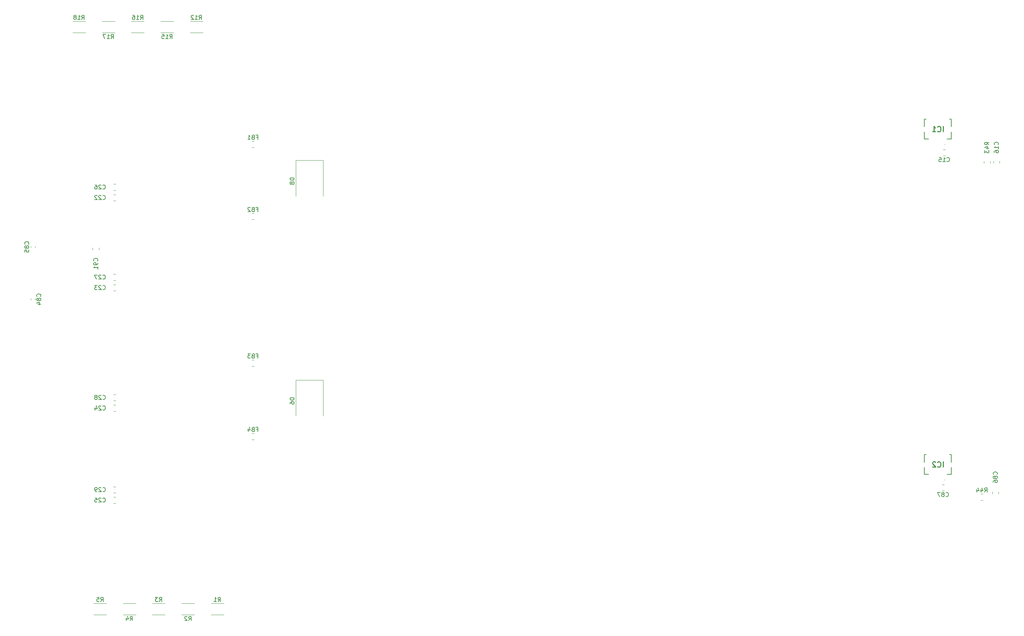
<source format=gbr>
%TF.GenerationSoftware,KiCad,Pcbnew,7.0.6*%
%TF.CreationDate,2023-08-12T12:52:26-07:00*%
%TF.ProjectId,Aux Power Supply V5,41757820-506f-4776-9572-20537570706c,rev?*%
%TF.SameCoordinates,Original*%
%TF.FileFunction,Legend,Bot*%
%TF.FilePolarity,Positive*%
%FSLAX46Y46*%
G04 Gerber Fmt 4.6, Leading zero omitted, Abs format (unit mm)*
G04 Created by KiCad (PCBNEW 7.0.6) date 2023-08-12 12:52:26*
%MOMM*%
%LPD*%
G01*
G04 APERTURE LIST*
%ADD10C,0.150000*%
%ADD11C,0.254000*%
%ADD12C,0.120000*%
%ADD13C,0.200000*%
%ADD14C,0.100000*%
G04 APERTURE END LIST*
D10*
X107859580Y-124357142D02*
X107907200Y-124309523D01*
X107907200Y-124309523D02*
X107954819Y-124166666D01*
X107954819Y-124166666D02*
X107954819Y-124071428D01*
X107954819Y-124071428D02*
X107907200Y-123928571D01*
X107907200Y-123928571D02*
X107811961Y-123833333D01*
X107811961Y-123833333D02*
X107716723Y-123785714D01*
X107716723Y-123785714D02*
X107526247Y-123738095D01*
X107526247Y-123738095D02*
X107383390Y-123738095D01*
X107383390Y-123738095D02*
X107192914Y-123785714D01*
X107192914Y-123785714D02*
X107097676Y-123833333D01*
X107097676Y-123833333D02*
X107002438Y-123928571D01*
X107002438Y-123928571D02*
X106954819Y-124071428D01*
X106954819Y-124071428D02*
X106954819Y-124166666D01*
X106954819Y-124166666D02*
X107002438Y-124309523D01*
X107002438Y-124309523D02*
X107050057Y-124357142D01*
X107954819Y-124833333D02*
X107954819Y-125023809D01*
X107954819Y-125023809D02*
X107907200Y-125119047D01*
X107907200Y-125119047D02*
X107859580Y-125166666D01*
X107859580Y-125166666D02*
X107716723Y-125261904D01*
X107716723Y-125261904D02*
X107526247Y-125309523D01*
X107526247Y-125309523D02*
X107145295Y-125309523D01*
X107145295Y-125309523D02*
X107050057Y-125261904D01*
X107050057Y-125261904D02*
X107002438Y-125214285D01*
X107002438Y-125214285D02*
X106954819Y-125119047D01*
X106954819Y-125119047D02*
X106954819Y-124928571D01*
X106954819Y-124928571D02*
X107002438Y-124833333D01*
X107002438Y-124833333D02*
X107050057Y-124785714D01*
X107050057Y-124785714D02*
X107145295Y-124738095D01*
X107145295Y-124738095D02*
X107383390Y-124738095D01*
X107383390Y-124738095D02*
X107478628Y-124785714D01*
X107478628Y-124785714D02*
X107526247Y-124833333D01*
X107526247Y-124833333D02*
X107573866Y-124928571D01*
X107573866Y-124928571D02*
X107573866Y-125119047D01*
X107573866Y-125119047D02*
X107526247Y-125214285D01*
X107526247Y-125214285D02*
X107478628Y-125261904D01*
X107478628Y-125261904D02*
X107383390Y-125309523D01*
X107954819Y-126261904D02*
X107954819Y-125690476D01*
X107954819Y-125976190D02*
X106954819Y-125976190D01*
X106954819Y-125976190D02*
X107097676Y-125880952D01*
X107097676Y-125880952D02*
X107192914Y-125785714D01*
X107192914Y-125785714D02*
X107240533Y-125690476D01*
X94289580Y-132857142D02*
X94337200Y-132809523D01*
X94337200Y-132809523D02*
X94384819Y-132666666D01*
X94384819Y-132666666D02*
X94384819Y-132571428D01*
X94384819Y-132571428D02*
X94337200Y-132428571D01*
X94337200Y-132428571D02*
X94241961Y-132333333D01*
X94241961Y-132333333D02*
X94146723Y-132285714D01*
X94146723Y-132285714D02*
X93956247Y-132238095D01*
X93956247Y-132238095D02*
X93813390Y-132238095D01*
X93813390Y-132238095D02*
X93622914Y-132285714D01*
X93622914Y-132285714D02*
X93527676Y-132333333D01*
X93527676Y-132333333D02*
X93432438Y-132428571D01*
X93432438Y-132428571D02*
X93384819Y-132571428D01*
X93384819Y-132571428D02*
X93384819Y-132666666D01*
X93384819Y-132666666D02*
X93432438Y-132809523D01*
X93432438Y-132809523D02*
X93480057Y-132857142D01*
X93813390Y-133428571D02*
X93765771Y-133333333D01*
X93765771Y-133333333D02*
X93718152Y-133285714D01*
X93718152Y-133285714D02*
X93622914Y-133238095D01*
X93622914Y-133238095D02*
X93575295Y-133238095D01*
X93575295Y-133238095D02*
X93480057Y-133285714D01*
X93480057Y-133285714D02*
X93432438Y-133333333D01*
X93432438Y-133333333D02*
X93384819Y-133428571D01*
X93384819Y-133428571D02*
X93384819Y-133619047D01*
X93384819Y-133619047D02*
X93432438Y-133714285D01*
X93432438Y-133714285D02*
X93480057Y-133761904D01*
X93480057Y-133761904D02*
X93575295Y-133809523D01*
X93575295Y-133809523D02*
X93622914Y-133809523D01*
X93622914Y-133809523D02*
X93718152Y-133761904D01*
X93718152Y-133761904D02*
X93765771Y-133714285D01*
X93765771Y-133714285D02*
X93813390Y-133619047D01*
X93813390Y-133619047D02*
X93813390Y-133428571D01*
X93813390Y-133428571D02*
X93861009Y-133333333D01*
X93861009Y-133333333D02*
X93908628Y-133285714D01*
X93908628Y-133285714D02*
X94003866Y-133238095D01*
X94003866Y-133238095D02*
X94194342Y-133238095D01*
X94194342Y-133238095D02*
X94289580Y-133285714D01*
X94289580Y-133285714D02*
X94337200Y-133333333D01*
X94337200Y-133333333D02*
X94384819Y-133428571D01*
X94384819Y-133428571D02*
X94384819Y-133619047D01*
X94384819Y-133619047D02*
X94337200Y-133714285D01*
X94337200Y-133714285D02*
X94289580Y-133761904D01*
X94289580Y-133761904D02*
X94194342Y-133809523D01*
X94194342Y-133809523D02*
X94003866Y-133809523D01*
X94003866Y-133809523D02*
X93908628Y-133761904D01*
X93908628Y-133761904D02*
X93861009Y-133714285D01*
X93861009Y-133714285D02*
X93813390Y-133619047D01*
X93718152Y-134666666D02*
X94384819Y-134666666D01*
X93337200Y-134428571D02*
X94051485Y-134190476D01*
X94051485Y-134190476D02*
X94051485Y-134809523D01*
X104142857Y-66674819D02*
X104476190Y-66198628D01*
X104714285Y-66674819D02*
X104714285Y-65674819D01*
X104714285Y-65674819D02*
X104333333Y-65674819D01*
X104333333Y-65674819D02*
X104238095Y-65722438D01*
X104238095Y-65722438D02*
X104190476Y-65770057D01*
X104190476Y-65770057D02*
X104142857Y-65865295D01*
X104142857Y-65865295D02*
X104142857Y-66008152D01*
X104142857Y-66008152D02*
X104190476Y-66103390D01*
X104190476Y-66103390D02*
X104238095Y-66151009D01*
X104238095Y-66151009D02*
X104333333Y-66198628D01*
X104333333Y-66198628D02*
X104714285Y-66198628D01*
X103190476Y-66674819D02*
X103761904Y-66674819D01*
X103476190Y-66674819D02*
X103476190Y-65674819D01*
X103476190Y-65674819D02*
X103571428Y-65817676D01*
X103571428Y-65817676D02*
X103666666Y-65912914D01*
X103666666Y-65912914D02*
X103761904Y-65960533D01*
X102619047Y-66103390D02*
X102714285Y-66055771D01*
X102714285Y-66055771D02*
X102761904Y-66008152D01*
X102761904Y-66008152D02*
X102809523Y-65912914D01*
X102809523Y-65912914D02*
X102809523Y-65865295D01*
X102809523Y-65865295D02*
X102761904Y-65770057D01*
X102761904Y-65770057D02*
X102714285Y-65722438D01*
X102714285Y-65722438D02*
X102619047Y-65674819D01*
X102619047Y-65674819D02*
X102428571Y-65674819D01*
X102428571Y-65674819D02*
X102333333Y-65722438D01*
X102333333Y-65722438D02*
X102285714Y-65770057D01*
X102285714Y-65770057D02*
X102238095Y-65865295D01*
X102238095Y-65865295D02*
X102238095Y-65912914D01*
X102238095Y-65912914D02*
X102285714Y-66008152D01*
X102285714Y-66008152D02*
X102333333Y-66055771D01*
X102333333Y-66055771D02*
X102428571Y-66103390D01*
X102428571Y-66103390D02*
X102619047Y-66103390D01*
X102619047Y-66103390D02*
X102714285Y-66151009D01*
X102714285Y-66151009D02*
X102761904Y-66198628D01*
X102761904Y-66198628D02*
X102809523Y-66293866D01*
X102809523Y-66293866D02*
X102809523Y-66484342D01*
X102809523Y-66484342D02*
X102761904Y-66579580D01*
X102761904Y-66579580D02*
X102714285Y-66627200D01*
X102714285Y-66627200D02*
X102619047Y-66674819D01*
X102619047Y-66674819D02*
X102428571Y-66674819D01*
X102428571Y-66674819D02*
X102333333Y-66627200D01*
X102333333Y-66627200D02*
X102285714Y-66579580D01*
X102285714Y-66579580D02*
X102238095Y-66484342D01*
X102238095Y-66484342D02*
X102238095Y-66293866D01*
X102238095Y-66293866D02*
X102285714Y-66198628D01*
X102285714Y-66198628D02*
X102333333Y-66151009D01*
X102333333Y-66151009D02*
X102428571Y-66103390D01*
D11*
X309739762Y-93474318D02*
X309739762Y-92204318D01*
X308409285Y-93353365D02*
X308469761Y-93413842D01*
X308469761Y-93413842D02*
X308651190Y-93474318D01*
X308651190Y-93474318D02*
X308772142Y-93474318D01*
X308772142Y-93474318D02*
X308953571Y-93413842D01*
X308953571Y-93413842D02*
X309074523Y-93292889D01*
X309074523Y-93292889D02*
X309135000Y-93171937D01*
X309135000Y-93171937D02*
X309195476Y-92930032D01*
X309195476Y-92930032D02*
X309195476Y-92748603D01*
X309195476Y-92748603D02*
X309135000Y-92506699D01*
X309135000Y-92506699D02*
X309074523Y-92385746D01*
X309074523Y-92385746D02*
X308953571Y-92264794D01*
X308953571Y-92264794D02*
X308772142Y-92204318D01*
X308772142Y-92204318D02*
X308651190Y-92204318D01*
X308651190Y-92204318D02*
X308469761Y-92264794D01*
X308469761Y-92264794D02*
X308409285Y-92325270D01*
X307199761Y-93474318D02*
X307925476Y-93474318D01*
X307562619Y-93474318D02*
X307562619Y-92204318D01*
X307562619Y-92204318D02*
X307683571Y-92385746D01*
X307683571Y-92385746D02*
X307804523Y-92506699D01*
X307804523Y-92506699D02*
X307925476Y-92567175D01*
D10*
X136666666Y-205674819D02*
X136999999Y-205198628D01*
X137238094Y-205674819D02*
X137238094Y-204674819D01*
X137238094Y-204674819D02*
X136857142Y-204674819D01*
X136857142Y-204674819D02*
X136761904Y-204722438D01*
X136761904Y-204722438D02*
X136714285Y-204770057D01*
X136714285Y-204770057D02*
X136666666Y-204865295D01*
X136666666Y-204865295D02*
X136666666Y-205008152D01*
X136666666Y-205008152D02*
X136714285Y-205103390D01*
X136714285Y-205103390D02*
X136761904Y-205151009D01*
X136761904Y-205151009D02*
X136857142Y-205198628D01*
X136857142Y-205198628D02*
X137238094Y-205198628D01*
X135714285Y-205674819D02*
X136285713Y-205674819D01*
X135999999Y-205674819D02*
X135999999Y-204674819D01*
X135999999Y-204674819D02*
X136095237Y-204817676D01*
X136095237Y-204817676D02*
X136190475Y-204912914D01*
X136190475Y-204912914D02*
X136285713Y-204960533D01*
X109142857Y-128609580D02*
X109190476Y-128657200D01*
X109190476Y-128657200D02*
X109333333Y-128704819D01*
X109333333Y-128704819D02*
X109428571Y-128704819D01*
X109428571Y-128704819D02*
X109571428Y-128657200D01*
X109571428Y-128657200D02*
X109666666Y-128561961D01*
X109666666Y-128561961D02*
X109714285Y-128466723D01*
X109714285Y-128466723D02*
X109761904Y-128276247D01*
X109761904Y-128276247D02*
X109761904Y-128133390D01*
X109761904Y-128133390D02*
X109714285Y-127942914D01*
X109714285Y-127942914D02*
X109666666Y-127847676D01*
X109666666Y-127847676D02*
X109571428Y-127752438D01*
X109571428Y-127752438D02*
X109428571Y-127704819D01*
X109428571Y-127704819D02*
X109333333Y-127704819D01*
X109333333Y-127704819D02*
X109190476Y-127752438D01*
X109190476Y-127752438D02*
X109142857Y-127800057D01*
X108761904Y-127800057D02*
X108714285Y-127752438D01*
X108714285Y-127752438D02*
X108619047Y-127704819D01*
X108619047Y-127704819D02*
X108380952Y-127704819D01*
X108380952Y-127704819D02*
X108285714Y-127752438D01*
X108285714Y-127752438D02*
X108238095Y-127800057D01*
X108238095Y-127800057D02*
X108190476Y-127895295D01*
X108190476Y-127895295D02*
X108190476Y-127990533D01*
X108190476Y-127990533D02*
X108238095Y-128133390D01*
X108238095Y-128133390D02*
X108809523Y-128704819D01*
X108809523Y-128704819D02*
X108190476Y-128704819D01*
X107857142Y-127704819D02*
X107190476Y-127704819D01*
X107190476Y-127704819D02*
X107619047Y-128704819D01*
X319642857Y-179554819D02*
X319976190Y-179078628D01*
X320214285Y-179554819D02*
X320214285Y-178554819D01*
X320214285Y-178554819D02*
X319833333Y-178554819D01*
X319833333Y-178554819D02*
X319738095Y-178602438D01*
X319738095Y-178602438D02*
X319690476Y-178650057D01*
X319690476Y-178650057D02*
X319642857Y-178745295D01*
X319642857Y-178745295D02*
X319642857Y-178888152D01*
X319642857Y-178888152D02*
X319690476Y-178983390D01*
X319690476Y-178983390D02*
X319738095Y-179031009D01*
X319738095Y-179031009D02*
X319833333Y-179078628D01*
X319833333Y-179078628D02*
X320214285Y-179078628D01*
X318785714Y-178888152D02*
X318785714Y-179554819D01*
X319023809Y-178507200D02*
X319261904Y-179221485D01*
X319261904Y-179221485D02*
X318642857Y-179221485D01*
X317833333Y-178888152D02*
X317833333Y-179554819D01*
X318071428Y-178507200D02*
X318309523Y-179221485D01*
X318309523Y-179221485D02*
X317690476Y-179221485D01*
X154854819Y-157011905D02*
X153854819Y-157011905D01*
X153854819Y-157011905D02*
X153854819Y-157250000D01*
X153854819Y-157250000D02*
X153902438Y-157392857D01*
X153902438Y-157392857D02*
X153997676Y-157488095D01*
X153997676Y-157488095D02*
X154092914Y-157535714D01*
X154092914Y-157535714D02*
X154283390Y-157583333D01*
X154283390Y-157583333D02*
X154426247Y-157583333D01*
X154426247Y-157583333D02*
X154616723Y-157535714D01*
X154616723Y-157535714D02*
X154711961Y-157488095D01*
X154711961Y-157488095D02*
X154807200Y-157392857D01*
X154807200Y-157392857D02*
X154854819Y-157250000D01*
X154854819Y-157250000D02*
X154854819Y-157011905D01*
X153854819Y-158440476D02*
X153854819Y-158250000D01*
X153854819Y-158250000D02*
X153902438Y-158154762D01*
X153902438Y-158154762D02*
X153950057Y-158107143D01*
X153950057Y-158107143D02*
X154092914Y-158011905D01*
X154092914Y-158011905D02*
X154283390Y-157964286D01*
X154283390Y-157964286D02*
X154664342Y-157964286D01*
X154664342Y-157964286D02*
X154759580Y-158011905D01*
X154759580Y-158011905D02*
X154807200Y-158059524D01*
X154807200Y-158059524D02*
X154854819Y-158154762D01*
X154854819Y-158154762D02*
X154854819Y-158345238D01*
X154854819Y-158345238D02*
X154807200Y-158440476D01*
X154807200Y-158440476D02*
X154759580Y-158488095D01*
X154759580Y-158488095D02*
X154664342Y-158535714D01*
X154664342Y-158535714D02*
X154426247Y-158535714D01*
X154426247Y-158535714D02*
X154331009Y-158488095D01*
X154331009Y-158488095D02*
X154283390Y-158440476D01*
X154283390Y-158440476D02*
X154235771Y-158345238D01*
X154235771Y-158345238D02*
X154235771Y-158154762D01*
X154235771Y-158154762D02*
X154283390Y-158059524D01*
X154283390Y-158059524D02*
X154331009Y-158011905D01*
X154331009Y-158011905D02*
X154426247Y-157964286D01*
X108666666Y-205674819D02*
X108999999Y-205198628D01*
X109238094Y-205674819D02*
X109238094Y-204674819D01*
X109238094Y-204674819D02*
X108857142Y-204674819D01*
X108857142Y-204674819D02*
X108761904Y-204722438D01*
X108761904Y-204722438D02*
X108714285Y-204770057D01*
X108714285Y-204770057D02*
X108666666Y-204865295D01*
X108666666Y-204865295D02*
X108666666Y-205008152D01*
X108666666Y-205008152D02*
X108714285Y-205103390D01*
X108714285Y-205103390D02*
X108761904Y-205151009D01*
X108761904Y-205151009D02*
X108857142Y-205198628D01*
X108857142Y-205198628D02*
X109238094Y-205198628D01*
X107761904Y-204674819D02*
X108238094Y-204674819D01*
X108238094Y-204674819D02*
X108285713Y-205151009D01*
X108285713Y-205151009D02*
X108238094Y-205103390D01*
X108238094Y-205103390D02*
X108142856Y-205055771D01*
X108142856Y-205055771D02*
X107904761Y-205055771D01*
X107904761Y-205055771D02*
X107809523Y-205103390D01*
X107809523Y-205103390D02*
X107761904Y-205151009D01*
X107761904Y-205151009D02*
X107714285Y-205246247D01*
X107714285Y-205246247D02*
X107714285Y-205484342D01*
X107714285Y-205484342D02*
X107761904Y-205579580D01*
X107761904Y-205579580D02*
X107809523Y-205627200D01*
X107809523Y-205627200D02*
X107904761Y-205674819D01*
X107904761Y-205674819D02*
X108142856Y-205674819D01*
X108142856Y-205674819D02*
X108238094Y-205627200D01*
X108238094Y-205627200D02*
X108285713Y-205579580D01*
X322859580Y-96607142D02*
X322907200Y-96559523D01*
X322907200Y-96559523D02*
X322954819Y-96416666D01*
X322954819Y-96416666D02*
X322954819Y-96321428D01*
X322954819Y-96321428D02*
X322907200Y-96178571D01*
X322907200Y-96178571D02*
X322811961Y-96083333D01*
X322811961Y-96083333D02*
X322716723Y-96035714D01*
X322716723Y-96035714D02*
X322526247Y-95988095D01*
X322526247Y-95988095D02*
X322383390Y-95988095D01*
X322383390Y-95988095D02*
X322192914Y-96035714D01*
X322192914Y-96035714D02*
X322097676Y-96083333D01*
X322097676Y-96083333D02*
X322002438Y-96178571D01*
X322002438Y-96178571D02*
X321954819Y-96321428D01*
X321954819Y-96321428D02*
X321954819Y-96416666D01*
X321954819Y-96416666D02*
X322002438Y-96559523D01*
X322002438Y-96559523D02*
X322050057Y-96607142D01*
X322954819Y-97559523D02*
X322954819Y-96988095D01*
X322954819Y-97273809D02*
X321954819Y-97273809D01*
X321954819Y-97273809D02*
X322097676Y-97178571D01*
X322097676Y-97178571D02*
X322192914Y-97083333D01*
X322192914Y-97083333D02*
X322240533Y-96988095D01*
X321954819Y-98416666D02*
X321954819Y-98226190D01*
X321954819Y-98226190D02*
X322002438Y-98130952D01*
X322002438Y-98130952D02*
X322050057Y-98083333D01*
X322050057Y-98083333D02*
X322192914Y-97988095D01*
X322192914Y-97988095D02*
X322383390Y-97940476D01*
X322383390Y-97940476D02*
X322764342Y-97940476D01*
X322764342Y-97940476D02*
X322859580Y-97988095D01*
X322859580Y-97988095D02*
X322907200Y-98035714D01*
X322907200Y-98035714D02*
X322954819Y-98130952D01*
X322954819Y-98130952D02*
X322954819Y-98321428D01*
X322954819Y-98321428D02*
X322907200Y-98416666D01*
X322907200Y-98416666D02*
X322859580Y-98464285D01*
X322859580Y-98464285D02*
X322764342Y-98511904D01*
X322764342Y-98511904D02*
X322526247Y-98511904D01*
X322526247Y-98511904D02*
X322431009Y-98464285D01*
X322431009Y-98464285D02*
X322383390Y-98416666D01*
X322383390Y-98416666D02*
X322335771Y-98321428D01*
X322335771Y-98321428D02*
X322335771Y-98130952D01*
X322335771Y-98130952D02*
X322383390Y-98035714D01*
X322383390Y-98035714D02*
X322431009Y-97988095D01*
X322431009Y-97988095D02*
X322526247Y-97940476D01*
X129666666Y-210234819D02*
X129999999Y-209758628D01*
X130238094Y-210234819D02*
X130238094Y-209234819D01*
X130238094Y-209234819D02*
X129857142Y-209234819D01*
X129857142Y-209234819D02*
X129761904Y-209282438D01*
X129761904Y-209282438D02*
X129714285Y-209330057D01*
X129714285Y-209330057D02*
X129666666Y-209425295D01*
X129666666Y-209425295D02*
X129666666Y-209568152D01*
X129666666Y-209568152D02*
X129714285Y-209663390D01*
X129714285Y-209663390D02*
X129761904Y-209711009D01*
X129761904Y-209711009D02*
X129857142Y-209758628D01*
X129857142Y-209758628D02*
X130238094Y-209758628D01*
X129285713Y-209330057D02*
X129238094Y-209282438D01*
X129238094Y-209282438D02*
X129142856Y-209234819D01*
X129142856Y-209234819D02*
X128904761Y-209234819D01*
X128904761Y-209234819D02*
X128809523Y-209282438D01*
X128809523Y-209282438D02*
X128761904Y-209330057D01*
X128761904Y-209330057D02*
X128714285Y-209425295D01*
X128714285Y-209425295D02*
X128714285Y-209520533D01*
X128714285Y-209520533D02*
X128761904Y-209663390D01*
X128761904Y-209663390D02*
X129333332Y-210234819D01*
X129333332Y-210234819D02*
X128714285Y-210234819D01*
X109142857Y-159859580D02*
X109190476Y-159907200D01*
X109190476Y-159907200D02*
X109333333Y-159954819D01*
X109333333Y-159954819D02*
X109428571Y-159954819D01*
X109428571Y-159954819D02*
X109571428Y-159907200D01*
X109571428Y-159907200D02*
X109666666Y-159811961D01*
X109666666Y-159811961D02*
X109714285Y-159716723D01*
X109714285Y-159716723D02*
X109761904Y-159526247D01*
X109761904Y-159526247D02*
X109761904Y-159383390D01*
X109761904Y-159383390D02*
X109714285Y-159192914D01*
X109714285Y-159192914D02*
X109666666Y-159097676D01*
X109666666Y-159097676D02*
X109571428Y-159002438D01*
X109571428Y-159002438D02*
X109428571Y-158954819D01*
X109428571Y-158954819D02*
X109333333Y-158954819D01*
X109333333Y-158954819D02*
X109190476Y-159002438D01*
X109190476Y-159002438D02*
X109142857Y-159050057D01*
X108761904Y-159050057D02*
X108714285Y-159002438D01*
X108714285Y-159002438D02*
X108619047Y-158954819D01*
X108619047Y-158954819D02*
X108380952Y-158954819D01*
X108380952Y-158954819D02*
X108285714Y-159002438D01*
X108285714Y-159002438D02*
X108238095Y-159050057D01*
X108238095Y-159050057D02*
X108190476Y-159145295D01*
X108190476Y-159145295D02*
X108190476Y-159240533D01*
X108190476Y-159240533D02*
X108238095Y-159383390D01*
X108238095Y-159383390D02*
X108809523Y-159954819D01*
X108809523Y-159954819D02*
X108190476Y-159954819D01*
X107333333Y-159288152D02*
X107333333Y-159954819D01*
X107571428Y-158907200D02*
X107809523Y-159621485D01*
X107809523Y-159621485D02*
X107190476Y-159621485D01*
X145833333Y-147031009D02*
X146166666Y-147031009D01*
X146166666Y-147554819D02*
X146166666Y-146554819D01*
X146166666Y-146554819D02*
X145690476Y-146554819D01*
X144976190Y-147031009D02*
X144833333Y-147078628D01*
X144833333Y-147078628D02*
X144785714Y-147126247D01*
X144785714Y-147126247D02*
X144738095Y-147221485D01*
X144738095Y-147221485D02*
X144738095Y-147364342D01*
X144738095Y-147364342D02*
X144785714Y-147459580D01*
X144785714Y-147459580D02*
X144833333Y-147507200D01*
X144833333Y-147507200D02*
X144928571Y-147554819D01*
X144928571Y-147554819D02*
X145309523Y-147554819D01*
X145309523Y-147554819D02*
X145309523Y-146554819D01*
X145309523Y-146554819D02*
X144976190Y-146554819D01*
X144976190Y-146554819D02*
X144880952Y-146602438D01*
X144880952Y-146602438D02*
X144833333Y-146650057D01*
X144833333Y-146650057D02*
X144785714Y-146745295D01*
X144785714Y-146745295D02*
X144785714Y-146840533D01*
X144785714Y-146840533D02*
X144833333Y-146935771D01*
X144833333Y-146935771D02*
X144880952Y-146983390D01*
X144880952Y-146983390D02*
X144976190Y-147031009D01*
X144976190Y-147031009D02*
X145309523Y-147031009D01*
X144404761Y-146554819D02*
X143785714Y-146554819D01*
X143785714Y-146554819D02*
X144119047Y-146935771D01*
X144119047Y-146935771D02*
X143976190Y-146935771D01*
X143976190Y-146935771D02*
X143880952Y-146983390D01*
X143880952Y-146983390D02*
X143833333Y-147031009D01*
X143833333Y-147031009D02*
X143785714Y-147126247D01*
X143785714Y-147126247D02*
X143785714Y-147364342D01*
X143785714Y-147364342D02*
X143833333Y-147459580D01*
X143833333Y-147459580D02*
X143880952Y-147507200D01*
X143880952Y-147507200D02*
X143976190Y-147554819D01*
X143976190Y-147554819D02*
X144261904Y-147554819D01*
X144261904Y-147554819D02*
X144357142Y-147507200D01*
X144357142Y-147507200D02*
X144404761Y-147459580D01*
X320704819Y-96607142D02*
X320228628Y-96273809D01*
X320704819Y-96035714D02*
X319704819Y-96035714D01*
X319704819Y-96035714D02*
X319704819Y-96416666D01*
X319704819Y-96416666D02*
X319752438Y-96511904D01*
X319752438Y-96511904D02*
X319800057Y-96559523D01*
X319800057Y-96559523D02*
X319895295Y-96607142D01*
X319895295Y-96607142D02*
X320038152Y-96607142D01*
X320038152Y-96607142D02*
X320133390Y-96559523D01*
X320133390Y-96559523D02*
X320181009Y-96511904D01*
X320181009Y-96511904D02*
X320228628Y-96416666D01*
X320228628Y-96416666D02*
X320228628Y-96035714D01*
X320038152Y-97464285D02*
X320704819Y-97464285D01*
X319657200Y-97226190D02*
X320371485Y-96988095D01*
X320371485Y-96988095D02*
X320371485Y-97607142D01*
X319704819Y-97892857D02*
X319704819Y-98511904D01*
X319704819Y-98511904D02*
X320085771Y-98178571D01*
X320085771Y-98178571D02*
X320085771Y-98321428D01*
X320085771Y-98321428D02*
X320133390Y-98416666D01*
X320133390Y-98416666D02*
X320181009Y-98464285D01*
X320181009Y-98464285D02*
X320276247Y-98511904D01*
X320276247Y-98511904D02*
X320514342Y-98511904D01*
X320514342Y-98511904D02*
X320609580Y-98464285D01*
X320609580Y-98464285D02*
X320657200Y-98416666D01*
X320657200Y-98416666D02*
X320704819Y-98321428D01*
X320704819Y-98321428D02*
X320704819Y-98035714D01*
X320704819Y-98035714D02*
X320657200Y-97940476D01*
X320657200Y-97940476D02*
X320609580Y-97892857D01*
X145833333Y-164531009D02*
X146166666Y-164531009D01*
X146166666Y-165054819D02*
X146166666Y-164054819D01*
X146166666Y-164054819D02*
X145690476Y-164054819D01*
X144976190Y-164531009D02*
X144833333Y-164578628D01*
X144833333Y-164578628D02*
X144785714Y-164626247D01*
X144785714Y-164626247D02*
X144738095Y-164721485D01*
X144738095Y-164721485D02*
X144738095Y-164864342D01*
X144738095Y-164864342D02*
X144785714Y-164959580D01*
X144785714Y-164959580D02*
X144833333Y-165007200D01*
X144833333Y-165007200D02*
X144928571Y-165054819D01*
X144928571Y-165054819D02*
X145309523Y-165054819D01*
X145309523Y-165054819D02*
X145309523Y-164054819D01*
X145309523Y-164054819D02*
X144976190Y-164054819D01*
X144976190Y-164054819D02*
X144880952Y-164102438D01*
X144880952Y-164102438D02*
X144833333Y-164150057D01*
X144833333Y-164150057D02*
X144785714Y-164245295D01*
X144785714Y-164245295D02*
X144785714Y-164340533D01*
X144785714Y-164340533D02*
X144833333Y-164435771D01*
X144833333Y-164435771D02*
X144880952Y-164483390D01*
X144880952Y-164483390D02*
X144976190Y-164531009D01*
X144976190Y-164531009D02*
X145309523Y-164531009D01*
X143880952Y-164388152D02*
X143880952Y-165054819D01*
X144119047Y-164007200D02*
X144357142Y-164721485D01*
X144357142Y-164721485D02*
X143738095Y-164721485D01*
X322609580Y-175357142D02*
X322657200Y-175309523D01*
X322657200Y-175309523D02*
X322704819Y-175166666D01*
X322704819Y-175166666D02*
X322704819Y-175071428D01*
X322704819Y-175071428D02*
X322657200Y-174928571D01*
X322657200Y-174928571D02*
X322561961Y-174833333D01*
X322561961Y-174833333D02*
X322466723Y-174785714D01*
X322466723Y-174785714D02*
X322276247Y-174738095D01*
X322276247Y-174738095D02*
X322133390Y-174738095D01*
X322133390Y-174738095D02*
X321942914Y-174785714D01*
X321942914Y-174785714D02*
X321847676Y-174833333D01*
X321847676Y-174833333D02*
X321752438Y-174928571D01*
X321752438Y-174928571D02*
X321704819Y-175071428D01*
X321704819Y-175071428D02*
X321704819Y-175166666D01*
X321704819Y-175166666D02*
X321752438Y-175309523D01*
X321752438Y-175309523D02*
X321800057Y-175357142D01*
X322133390Y-175928571D02*
X322085771Y-175833333D01*
X322085771Y-175833333D02*
X322038152Y-175785714D01*
X322038152Y-175785714D02*
X321942914Y-175738095D01*
X321942914Y-175738095D02*
X321895295Y-175738095D01*
X321895295Y-175738095D02*
X321800057Y-175785714D01*
X321800057Y-175785714D02*
X321752438Y-175833333D01*
X321752438Y-175833333D02*
X321704819Y-175928571D01*
X321704819Y-175928571D02*
X321704819Y-176119047D01*
X321704819Y-176119047D02*
X321752438Y-176214285D01*
X321752438Y-176214285D02*
X321800057Y-176261904D01*
X321800057Y-176261904D02*
X321895295Y-176309523D01*
X321895295Y-176309523D02*
X321942914Y-176309523D01*
X321942914Y-176309523D02*
X322038152Y-176261904D01*
X322038152Y-176261904D02*
X322085771Y-176214285D01*
X322085771Y-176214285D02*
X322133390Y-176119047D01*
X322133390Y-176119047D02*
X322133390Y-175928571D01*
X322133390Y-175928571D02*
X322181009Y-175833333D01*
X322181009Y-175833333D02*
X322228628Y-175785714D01*
X322228628Y-175785714D02*
X322323866Y-175738095D01*
X322323866Y-175738095D02*
X322514342Y-175738095D01*
X322514342Y-175738095D02*
X322609580Y-175785714D01*
X322609580Y-175785714D02*
X322657200Y-175833333D01*
X322657200Y-175833333D02*
X322704819Y-175928571D01*
X322704819Y-175928571D02*
X322704819Y-176119047D01*
X322704819Y-176119047D02*
X322657200Y-176214285D01*
X322657200Y-176214285D02*
X322609580Y-176261904D01*
X322609580Y-176261904D02*
X322514342Y-176309523D01*
X322514342Y-176309523D02*
X322323866Y-176309523D01*
X322323866Y-176309523D02*
X322228628Y-176261904D01*
X322228628Y-176261904D02*
X322181009Y-176214285D01*
X322181009Y-176214285D02*
X322133390Y-176119047D01*
X321704819Y-177166666D02*
X321704819Y-176976190D01*
X321704819Y-176976190D02*
X321752438Y-176880952D01*
X321752438Y-176880952D02*
X321800057Y-176833333D01*
X321800057Y-176833333D02*
X321942914Y-176738095D01*
X321942914Y-176738095D02*
X322133390Y-176690476D01*
X322133390Y-176690476D02*
X322514342Y-176690476D01*
X322514342Y-176690476D02*
X322609580Y-176738095D01*
X322609580Y-176738095D02*
X322657200Y-176785714D01*
X322657200Y-176785714D02*
X322704819Y-176880952D01*
X322704819Y-176880952D02*
X322704819Y-177071428D01*
X322704819Y-177071428D02*
X322657200Y-177166666D01*
X322657200Y-177166666D02*
X322609580Y-177214285D01*
X322609580Y-177214285D02*
X322514342Y-177261904D01*
X322514342Y-177261904D02*
X322276247Y-177261904D01*
X322276247Y-177261904D02*
X322181009Y-177214285D01*
X322181009Y-177214285D02*
X322133390Y-177166666D01*
X322133390Y-177166666D02*
X322085771Y-177071428D01*
X322085771Y-177071428D02*
X322085771Y-176880952D01*
X322085771Y-176880952D02*
X322133390Y-176785714D01*
X322133390Y-176785714D02*
X322181009Y-176738095D01*
X322181009Y-176738095D02*
X322276247Y-176690476D01*
X111142857Y-71234819D02*
X111476190Y-70758628D01*
X111714285Y-71234819D02*
X111714285Y-70234819D01*
X111714285Y-70234819D02*
X111333333Y-70234819D01*
X111333333Y-70234819D02*
X111238095Y-70282438D01*
X111238095Y-70282438D02*
X111190476Y-70330057D01*
X111190476Y-70330057D02*
X111142857Y-70425295D01*
X111142857Y-70425295D02*
X111142857Y-70568152D01*
X111142857Y-70568152D02*
X111190476Y-70663390D01*
X111190476Y-70663390D02*
X111238095Y-70711009D01*
X111238095Y-70711009D02*
X111333333Y-70758628D01*
X111333333Y-70758628D02*
X111714285Y-70758628D01*
X110190476Y-71234819D02*
X110761904Y-71234819D01*
X110476190Y-71234819D02*
X110476190Y-70234819D01*
X110476190Y-70234819D02*
X110571428Y-70377676D01*
X110571428Y-70377676D02*
X110666666Y-70472914D01*
X110666666Y-70472914D02*
X110761904Y-70520533D01*
X109857142Y-70234819D02*
X109190476Y-70234819D01*
X109190476Y-70234819D02*
X109619047Y-71234819D01*
X132142857Y-66674819D02*
X132476190Y-66198628D01*
X132714285Y-66674819D02*
X132714285Y-65674819D01*
X132714285Y-65674819D02*
X132333333Y-65674819D01*
X132333333Y-65674819D02*
X132238095Y-65722438D01*
X132238095Y-65722438D02*
X132190476Y-65770057D01*
X132190476Y-65770057D02*
X132142857Y-65865295D01*
X132142857Y-65865295D02*
X132142857Y-66008152D01*
X132142857Y-66008152D02*
X132190476Y-66103390D01*
X132190476Y-66103390D02*
X132238095Y-66151009D01*
X132238095Y-66151009D02*
X132333333Y-66198628D01*
X132333333Y-66198628D02*
X132714285Y-66198628D01*
X131190476Y-66674819D02*
X131761904Y-66674819D01*
X131476190Y-66674819D02*
X131476190Y-65674819D01*
X131476190Y-65674819D02*
X131571428Y-65817676D01*
X131571428Y-65817676D02*
X131666666Y-65912914D01*
X131666666Y-65912914D02*
X131761904Y-65960533D01*
X130809523Y-65770057D02*
X130761904Y-65722438D01*
X130761904Y-65722438D02*
X130666666Y-65674819D01*
X130666666Y-65674819D02*
X130428571Y-65674819D01*
X130428571Y-65674819D02*
X130333333Y-65722438D01*
X130333333Y-65722438D02*
X130285714Y-65770057D01*
X130285714Y-65770057D02*
X130238095Y-65865295D01*
X130238095Y-65865295D02*
X130238095Y-65960533D01*
X130238095Y-65960533D02*
X130285714Y-66103390D01*
X130285714Y-66103390D02*
X130857142Y-66674819D01*
X130857142Y-66674819D02*
X130238095Y-66674819D01*
D11*
X309739762Y-173574318D02*
X309739762Y-172304318D01*
X308409285Y-173453365D02*
X308469761Y-173513842D01*
X308469761Y-173513842D02*
X308651190Y-173574318D01*
X308651190Y-173574318D02*
X308772142Y-173574318D01*
X308772142Y-173574318D02*
X308953571Y-173513842D01*
X308953571Y-173513842D02*
X309074523Y-173392889D01*
X309074523Y-173392889D02*
X309135000Y-173271937D01*
X309135000Y-173271937D02*
X309195476Y-173030032D01*
X309195476Y-173030032D02*
X309195476Y-172848603D01*
X309195476Y-172848603D02*
X309135000Y-172606699D01*
X309135000Y-172606699D02*
X309074523Y-172485746D01*
X309074523Y-172485746D02*
X308953571Y-172364794D01*
X308953571Y-172364794D02*
X308772142Y-172304318D01*
X308772142Y-172304318D02*
X308651190Y-172304318D01*
X308651190Y-172304318D02*
X308469761Y-172364794D01*
X308469761Y-172364794D02*
X308409285Y-172425270D01*
X307925476Y-172425270D02*
X307865000Y-172364794D01*
X307865000Y-172364794D02*
X307744047Y-172304318D01*
X307744047Y-172304318D02*
X307441666Y-172304318D01*
X307441666Y-172304318D02*
X307320714Y-172364794D01*
X307320714Y-172364794D02*
X307260238Y-172425270D01*
X307260238Y-172425270D02*
X307199761Y-172546222D01*
X307199761Y-172546222D02*
X307199761Y-172667175D01*
X307199761Y-172667175D02*
X307260238Y-172848603D01*
X307260238Y-172848603D02*
X307985952Y-173574318D01*
X307985952Y-173574318D02*
X307199761Y-173574318D01*
D10*
X145833333Y-112031009D02*
X146166666Y-112031009D01*
X146166666Y-112554819D02*
X146166666Y-111554819D01*
X146166666Y-111554819D02*
X145690476Y-111554819D01*
X144976190Y-112031009D02*
X144833333Y-112078628D01*
X144833333Y-112078628D02*
X144785714Y-112126247D01*
X144785714Y-112126247D02*
X144738095Y-112221485D01*
X144738095Y-112221485D02*
X144738095Y-112364342D01*
X144738095Y-112364342D02*
X144785714Y-112459580D01*
X144785714Y-112459580D02*
X144833333Y-112507200D01*
X144833333Y-112507200D02*
X144928571Y-112554819D01*
X144928571Y-112554819D02*
X145309523Y-112554819D01*
X145309523Y-112554819D02*
X145309523Y-111554819D01*
X145309523Y-111554819D02*
X144976190Y-111554819D01*
X144976190Y-111554819D02*
X144880952Y-111602438D01*
X144880952Y-111602438D02*
X144833333Y-111650057D01*
X144833333Y-111650057D02*
X144785714Y-111745295D01*
X144785714Y-111745295D02*
X144785714Y-111840533D01*
X144785714Y-111840533D02*
X144833333Y-111935771D01*
X144833333Y-111935771D02*
X144880952Y-111983390D01*
X144880952Y-111983390D02*
X144976190Y-112031009D01*
X144976190Y-112031009D02*
X145309523Y-112031009D01*
X144357142Y-111650057D02*
X144309523Y-111602438D01*
X144309523Y-111602438D02*
X144214285Y-111554819D01*
X144214285Y-111554819D02*
X143976190Y-111554819D01*
X143976190Y-111554819D02*
X143880952Y-111602438D01*
X143880952Y-111602438D02*
X143833333Y-111650057D01*
X143833333Y-111650057D02*
X143785714Y-111745295D01*
X143785714Y-111745295D02*
X143785714Y-111840533D01*
X143785714Y-111840533D02*
X143833333Y-111983390D01*
X143833333Y-111983390D02*
X144404761Y-112554819D01*
X144404761Y-112554819D02*
X143785714Y-112554819D01*
X115666666Y-210234819D02*
X115999999Y-209758628D01*
X116238094Y-210234819D02*
X116238094Y-209234819D01*
X116238094Y-209234819D02*
X115857142Y-209234819D01*
X115857142Y-209234819D02*
X115761904Y-209282438D01*
X115761904Y-209282438D02*
X115714285Y-209330057D01*
X115714285Y-209330057D02*
X115666666Y-209425295D01*
X115666666Y-209425295D02*
X115666666Y-209568152D01*
X115666666Y-209568152D02*
X115714285Y-209663390D01*
X115714285Y-209663390D02*
X115761904Y-209711009D01*
X115761904Y-209711009D02*
X115857142Y-209758628D01*
X115857142Y-209758628D02*
X116238094Y-209758628D01*
X114809523Y-209568152D02*
X114809523Y-210234819D01*
X115047618Y-209187200D02*
X115285713Y-209901485D01*
X115285713Y-209901485D02*
X114666666Y-209901485D01*
X310392857Y-180539580D02*
X310440476Y-180587200D01*
X310440476Y-180587200D02*
X310583333Y-180634819D01*
X310583333Y-180634819D02*
X310678571Y-180634819D01*
X310678571Y-180634819D02*
X310821428Y-180587200D01*
X310821428Y-180587200D02*
X310916666Y-180491961D01*
X310916666Y-180491961D02*
X310964285Y-180396723D01*
X310964285Y-180396723D02*
X311011904Y-180206247D01*
X311011904Y-180206247D02*
X311011904Y-180063390D01*
X311011904Y-180063390D02*
X310964285Y-179872914D01*
X310964285Y-179872914D02*
X310916666Y-179777676D01*
X310916666Y-179777676D02*
X310821428Y-179682438D01*
X310821428Y-179682438D02*
X310678571Y-179634819D01*
X310678571Y-179634819D02*
X310583333Y-179634819D01*
X310583333Y-179634819D02*
X310440476Y-179682438D01*
X310440476Y-179682438D02*
X310392857Y-179730057D01*
X309821428Y-180063390D02*
X309916666Y-180015771D01*
X309916666Y-180015771D02*
X309964285Y-179968152D01*
X309964285Y-179968152D02*
X310011904Y-179872914D01*
X310011904Y-179872914D02*
X310011904Y-179825295D01*
X310011904Y-179825295D02*
X309964285Y-179730057D01*
X309964285Y-179730057D02*
X309916666Y-179682438D01*
X309916666Y-179682438D02*
X309821428Y-179634819D01*
X309821428Y-179634819D02*
X309630952Y-179634819D01*
X309630952Y-179634819D02*
X309535714Y-179682438D01*
X309535714Y-179682438D02*
X309488095Y-179730057D01*
X309488095Y-179730057D02*
X309440476Y-179825295D01*
X309440476Y-179825295D02*
X309440476Y-179872914D01*
X309440476Y-179872914D02*
X309488095Y-179968152D01*
X309488095Y-179968152D02*
X309535714Y-180015771D01*
X309535714Y-180015771D02*
X309630952Y-180063390D01*
X309630952Y-180063390D02*
X309821428Y-180063390D01*
X309821428Y-180063390D02*
X309916666Y-180111009D01*
X309916666Y-180111009D02*
X309964285Y-180158628D01*
X309964285Y-180158628D02*
X310011904Y-180253866D01*
X310011904Y-180253866D02*
X310011904Y-180444342D01*
X310011904Y-180444342D02*
X309964285Y-180539580D01*
X309964285Y-180539580D02*
X309916666Y-180587200D01*
X309916666Y-180587200D02*
X309821428Y-180634819D01*
X309821428Y-180634819D02*
X309630952Y-180634819D01*
X309630952Y-180634819D02*
X309535714Y-180587200D01*
X309535714Y-180587200D02*
X309488095Y-180539580D01*
X309488095Y-180539580D02*
X309440476Y-180444342D01*
X309440476Y-180444342D02*
X309440476Y-180253866D01*
X309440476Y-180253866D02*
X309488095Y-180158628D01*
X309488095Y-180158628D02*
X309535714Y-180111009D01*
X309535714Y-180111009D02*
X309630952Y-180063390D01*
X309107142Y-179634819D02*
X308440476Y-179634819D01*
X308440476Y-179634819D02*
X308869047Y-180634819D01*
X154854819Y-104511905D02*
X153854819Y-104511905D01*
X153854819Y-104511905D02*
X153854819Y-104750000D01*
X153854819Y-104750000D02*
X153902438Y-104892857D01*
X153902438Y-104892857D02*
X153997676Y-104988095D01*
X153997676Y-104988095D02*
X154092914Y-105035714D01*
X154092914Y-105035714D02*
X154283390Y-105083333D01*
X154283390Y-105083333D02*
X154426247Y-105083333D01*
X154426247Y-105083333D02*
X154616723Y-105035714D01*
X154616723Y-105035714D02*
X154711961Y-104988095D01*
X154711961Y-104988095D02*
X154807200Y-104892857D01*
X154807200Y-104892857D02*
X154854819Y-104750000D01*
X154854819Y-104750000D02*
X154854819Y-104511905D01*
X154283390Y-105654762D02*
X154235771Y-105559524D01*
X154235771Y-105559524D02*
X154188152Y-105511905D01*
X154188152Y-105511905D02*
X154092914Y-105464286D01*
X154092914Y-105464286D02*
X154045295Y-105464286D01*
X154045295Y-105464286D02*
X153950057Y-105511905D01*
X153950057Y-105511905D02*
X153902438Y-105559524D01*
X153902438Y-105559524D02*
X153854819Y-105654762D01*
X153854819Y-105654762D02*
X153854819Y-105845238D01*
X153854819Y-105845238D02*
X153902438Y-105940476D01*
X153902438Y-105940476D02*
X153950057Y-105988095D01*
X153950057Y-105988095D02*
X154045295Y-106035714D01*
X154045295Y-106035714D02*
X154092914Y-106035714D01*
X154092914Y-106035714D02*
X154188152Y-105988095D01*
X154188152Y-105988095D02*
X154235771Y-105940476D01*
X154235771Y-105940476D02*
X154283390Y-105845238D01*
X154283390Y-105845238D02*
X154283390Y-105654762D01*
X154283390Y-105654762D02*
X154331009Y-105559524D01*
X154331009Y-105559524D02*
X154378628Y-105511905D01*
X154378628Y-105511905D02*
X154473866Y-105464286D01*
X154473866Y-105464286D02*
X154664342Y-105464286D01*
X154664342Y-105464286D02*
X154759580Y-105511905D01*
X154759580Y-105511905D02*
X154807200Y-105559524D01*
X154807200Y-105559524D02*
X154854819Y-105654762D01*
X154854819Y-105654762D02*
X154854819Y-105845238D01*
X154854819Y-105845238D02*
X154807200Y-105940476D01*
X154807200Y-105940476D02*
X154759580Y-105988095D01*
X154759580Y-105988095D02*
X154664342Y-106035714D01*
X154664342Y-106035714D02*
X154473866Y-106035714D01*
X154473866Y-106035714D02*
X154378628Y-105988095D01*
X154378628Y-105988095D02*
X154331009Y-105940476D01*
X154331009Y-105940476D02*
X154283390Y-105845238D01*
X118142857Y-66674819D02*
X118476190Y-66198628D01*
X118714285Y-66674819D02*
X118714285Y-65674819D01*
X118714285Y-65674819D02*
X118333333Y-65674819D01*
X118333333Y-65674819D02*
X118238095Y-65722438D01*
X118238095Y-65722438D02*
X118190476Y-65770057D01*
X118190476Y-65770057D02*
X118142857Y-65865295D01*
X118142857Y-65865295D02*
X118142857Y-66008152D01*
X118142857Y-66008152D02*
X118190476Y-66103390D01*
X118190476Y-66103390D02*
X118238095Y-66151009D01*
X118238095Y-66151009D02*
X118333333Y-66198628D01*
X118333333Y-66198628D02*
X118714285Y-66198628D01*
X117190476Y-66674819D02*
X117761904Y-66674819D01*
X117476190Y-66674819D02*
X117476190Y-65674819D01*
X117476190Y-65674819D02*
X117571428Y-65817676D01*
X117571428Y-65817676D02*
X117666666Y-65912914D01*
X117666666Y-65912914D02*
X117761904Y-65960533D01*
X116333333Y-65674819D02*
X116523809Y-65674819D01*
X116523809Y-65674819D02*
X116619047Y-65722438D01*
X116619047Y-65722438D02*
X116666666Y-65770057D01*
X116666666Y-65770057D02*
X116761904Y-65912914D01*
X116761904Y-65912914D02*
X116809523Y-66103390D01*
X116809523Y-66103390D02*
X116809523Y-66484342D01*
X116809523Y-66484342D02*
X116761904Y-66579580D01*
X116761904Y-66579580D02*
X116714285Y-66627200D01*
X116714285Y-66627200D02*
X116619047Y-66674819D01*
X116619047Y-66674819D02*
X116428571Y-66674819D01*
X116428571Y-66674819D02*
X116333333Y-66627200D01*
X116333333Y-66627200D02*
X116285714Y-66579580D01*
X116285714Y-66579580D02*
X116238095Y-66484342D01*
X116238095Y-66484342D02*
X116238095Y-66246247D01*
X116238095Y-66246247D02*
X116285714Y-66151009D01*
X116285714Y-66151009D02*
X116333333Y-66103390D01*
X116333333Y-66103390D02*
X116428571Y-66055771D01*
X116428571Y-66055771D02*
X116619047Y-66055771D01*
X116619047Y-66055771D02*
X116714285Y-66103390D01*
X116714285Y-66103390D02*
X116761904Y-66151009D01*
X116761904Y-66151009D02*
X116809523Y-66246247D01*
X109142857Y-157359580D02*
X109190476Y-157407200D01*
X109190476Y-157407200D02*
X109333333Y-157454819D01*
X109333333Y-157454819D02*
X109428571Y-157454819D01*
X109428571Y-157454819D02*
X109571428Y-157407200D01*
X109571428Y-157407200D02*
X109666666Y-157311961D01*
X109666666Y-157311961D02*
X109714285Y-157216723D01*
X109714285Y-157216723D02*
X109761904Y-157026247D01*
X109761904Y-157026247D02*
X109761904Y-156883390D01*
X109761904Y-156883390D02*
X109714285Y-156692914D01*
X109714285Y-156692914D02*
X109666666Y-156597676D01*
X109666666Y-156597676D02*
X109571428Y-156502438D01*
X109571428Y-156502438D02*
X109428571Y-156454819D01*
X109428571Y-156454819D02*
X109333333Y-156454819D01*
X109333333Y-156454819D02*
X109190476Y-156502438D01*
X109190476Y-156502438D02*
X109142857Y-156550057D01*
X108761904Y-156550057D02*
X108714285Y-156502438D01*
X108714285Y-156502438D02*
X108619047Y-156454819D01*
X108619047Y-156454819D02*
X108380952Y-156454819D01*
X108380952Y-156454819D02*
X108285714Y-156502438D01*
X108285714Y-156502438D02*
X108238095Y-156550057D01*
X108238095Y-156550057D02*
X108190476Y-156645295D01*
X108190476Y-156645295D02*
X108190476Y-156740533D01*
X108190476Y-156740533D02*
X108238095Y-156883390D01*
X108238095Y-156883390D02*
X108809523Y-157454819D01*
X108809523Y-157454819D02*
X108190476Y-157454819D01*
X107619047Y-156883390D02*
X107714285Y-156835771D01*
X107714285Y-156835771D02*
X107761904Y-156788152D01*
X107761904Y-156788152D02*
X107809523Y-156692914D01*
X107809523Y-156692914D02*
X107809523Y-156645295D01*
X107809523Y-156645295D02*
X107761904Y-156550057D01*
X107761904Y-156550057D02*
X107714285Y-156502438D01*
X107714285Y-156502438D02*
X107619047Y-156454819D01*
X107619047Y-156454819D02*
X107428571Y-156454819D01*
X107428571Y-156454819D02*
X107333333Y-156502438D01*
X107333333Y-156502438D02*
X107285714Y-156550057D01*
X107285714Y-156550057D02*
X107238095Y-156645295D01*
X107238095Y-156645295D02*
X107238095Y-156692914D01*
X107238095Y-156692914D02*
X107285714Y-156788152D01*
X107285714Y-156788152D02*
X107333333Y-156835771D01*
X107333333Y-156835771D02*
X107428571Y-156883390D01*
X107428571Y-156883390D02*
X107619047Y-156883390D01*
X107619047Y-156883390D02*
X107714285Y-156931009D01*
X107714285Y-156931009D02*
X107761904Y-156978628D01*
X107761904Y-156978628D02*
X107809523Y-157073866D01*
X107809523Y-157073866D02*
X107809523Y-157264342D01*
X107809523Y-157264342D02*
X107761904Y-157359580D01*
X107761904Y-157359580D02*
X107714285Y-157407200D01*
X107714285Y-157407200D02*
X107619047Y-157454819D01*
X107619047Y-157454819D02*
X107428571Y-157454819D01*
X107428571Y-157454819D02*
X107333333Y-157407200D01*
X107333333Y-157407200D02*
X107285714Y-157359580D01*
X107285714Y-157359580D02*
X107238095Y-157264342D01*
X107238095Y-157264342D02*
X107238095Y-157073866D01*
X107238095Y-157073866D02*
X107285714Y-156978628D01*
X107285714Y-156978628D02*
X107333333Y-156931009D01*
X107333333Y-156931009D02*
X107428571Y-156883390D01*
X91429580Y-120357142D02*
X91477200Y-120309523D01*
X91477200Y-120309523D02*
X91524819Y-120166666D01*
X91524819Y-120166666D02*
X91524819Y-120071428D01*
X91524819Y-120071428D02*
X91477200Y-119928571D01*
X91477200Y-119928571D02*
X91381961Y-119833333D01*
X91381961Y-119833333D02*
X91286723Y-119785714D01*
X91286723Y-119785714D02*
X91096247Y-119738095D01*
X91096247Y-119738095D02*
X90953390Y-119738095D01*
X90953390Y-119738095D02*
X90762914Y-119785714D01*
X90762914Y-119785714D02*
X90667676Y-119833333D01*
X90667676Y-119833333D02*
X90572438Y-119928571D01*
X90572438Y-119928571D02*
X90524819Y-120071428D01*
X90524819Y-120071428D02*
X90524819Y-120166666D01*
X90524819Y-120166666D02*
X90572438Y-120309523D01*
X90572438Y-120309523D02*
X90620057Y-120357142D01*
X90953390Y-120928571D02*
X90905771Y-120833333D01*
X90905771Y-120833333D02*
X90858152Y-120785714D01*
X90858152Y-120785714D02*
X90762914Y-120738095D01*
X90762914Y-120738095D02*
X90715295Y-120738095D01*
X90715295Y-120738095D02*
X90620057Y-120785714D01*
X90620057Y-120785714D02*
X90572438Y-120833333D01*
X90572438Y-120833333D02*
X90524819Y-120928571D01*
X90524819Y-120928571D02*
X90524819Y-121119047D01*
X90524819Y-121119047D02*
X90572438Y-121214285D01*
X90572438Y-121214285D02*
X90620057Y-121261904D01*
X90620057Y-121261904D02*
X90715295Y-121309523D01*
X90715295Y-121309523D02*
X90762914Y-121309523D01*
X90762914Y-121309523D02*
X90858152Y-121261904D01*
X90858152Y-121261904D02*
X90905771Y-121214285D01*
X90905771Y-121214285D02*
X90953390Y-121119047D01*
X90953390Y-121119047D02*
X90953390Y-120928571D01*
X90953390Y-120928571D02*
X91001009Y-120833333D01*
X91001009Y-120833333D02*
X91048628Y-120785714D01*
X91048628Y-120785714D02*
X91143866Y-120738095D01*
X91143866Y-120738095D02*
X91334342Y-120738095D01*
X91334342Y-120738095D02*
X91429580Y-120785714D01*
X91429580Y-120785714D02*
X91477200Y-120833333D01*
X91477200Y-120833333D02*
X91524819Y-120928571D01*
X91524819Y-120928571D02*
X91524819Y-121119047D01*
X91524819Y-121119047D02*
X91477200Y-121214285D01*
X91477200Y-121214285D02*
X91429580Y-121261904D01*
X91429580Y-121261904D02*
X91334342Y-121309523D01*
X91334342Y-121309523D02*
X91143866Y-121309523D01*
X91143866Y-121309523D02*
X91048628Y-121261904D01*
X91048628Y-121261904D02*
X91001009Y-121214285D01*
X91001009Y-121214285D02*
X90953390Y-121119047D01*
X90524819Y-122214285D02*
X90524819Y-121738095D01*
X90524819Y-121738095D02*
X91001009Y-121690476D01*
X91001009Y-121690476D02*
X90953390Y-121738095D01*
X90953390Y-121738095D02*
X90905771Y-121833333D01*
X90905771Y-121833333D02*
X90905771Y-122071428D01*
X90905771Y-122071428D02*
X90953390Y-122166666D01*
X90953390Y-122166666D02*
X91001009Y-122214285D01*
X91001009Y-122214285D02*
X91096247Y-122261904D01*
X91096247Y-122261904D02*
X91334342Y-122261904D01*
X91334342Y-122261904D02*
X91429580Y-122214285D01*
X91429580Y-122214285D02*
X91477200Y-122166666D01*
X91477200Y-122166666D02*
X91524819Y-122071428D01*
X91524819Y-122071428D02*
X91524819Y-121833333D01*
X91524819Y-121833333D02*
X91477200Y-121738095D01*
X91477200Y-121738095D02*
X91429580Y-121690476D01*
X310642857Y-100539580D02*
X310690476Y-100587200D01*
X310690476Y-100587200D02*
X310833333Y-100634819D01*
X310833333Y-100634819D02*
X310928571Y-100634819D01*
X310928571Y-100634819D02*
X311071428Y-100587200D01*
X311071428Y-100587200D02*
X311166666Y-100491961D01*
X311166666Y-100491961D02*
X311214285Y-100396723D01*
X311214285Y-100396723D02*
X311261904Y-100206247D01*
X311261904Y-100206247D02*
X311261904Y-100063390D01*
X311261904Y-100063390D02*
X311214285Y-99872914D01*
X311214285Y-99872914D02*
X311166666Y-99777676D01*
X311166666Y-99777676D02*
X311071428Y-99682438D01*
X311071428Y-99682438D02*
X310928571Y-99634819D01*
X310928571Y-99634819D02*
X310833333Y-99634819D01*
X310833333Y-99634819D02*
X310690476Y-99682438D01*
X310690476Y-99682438D02*
X310642857Y-99730057D01*
X309690476Y-100634819D02*
X310261904Y-100634819D01*
X309976190Y-100634819D02*
X309976190Y-99634819D01*
X309976190Y-99634819D02*
X310071428Y-99777676D01*
X310071428Y-99777676D02*
X310166666Y-99872914D01*
X310166666Y-99872914D02*
X310261904Y-99920533D01*
X308785714Y-99634819D02*
X309261904Y-99634819D01*
X309261904Y-99634819D02*
X309309523Y-100111009D01*
X309309523Y-100111009D02*
X309261904Y-100063390D01*
X309261904Y-100063390D02*
X309166666Y-100015771D01*
X309166666Y-100015771D02*
X308928571Y-100015771D01*
X308928571Y-100015771D02*
X308833333Y-100063390D01*
X308833333Y-100063390D02*
X308785714Y-100111009D01*
X308785714Y-100111009D02*
X308738095Y-100206247D01*
X308738095Y-100206247D02*
X308738095Y-100444342D01*
X308738095Y-100444342D02*
X308785714Y-100539580D01*
X308785714Y-100539580D02*
X308833333Y-100587200D01*
X308833333Y-100587200D02*
X308928571Y-100634819D01*
X308928571Y-100634819D02*
X309166666Y-100634819D01*
X309166666Y-100634819D02*
X309261904Y-100587200D01*
X309261904Y-100587200D02*
X309309523Y-100539580D01*
X122666666Y-205674819D02*
X122999999Y-205198628D01*
X123238094Y-205674819D02*
X123238094Y-204674819D01*
X123238094Y-204674819D02*
X122857142Y-204674819D01*
X122857142Y-204674819D02*
X122761904Y-204722438D01*
X122761904Y-204722438D02*
X122714285Y-204770057D01*
X122714285Y-204770057D02*
X122666666Y-204865295D01*
X122666666Y-204865295D02*
X122666666Y-205008152D01*
X122666666Y-205008152D02*
X122714285Y-205103390D01*
X122714285Y-205103390D02*
X122761904Y-205151009D01*
X122761904Y-205151009D02*
X122857142Y-205198628D01*
X122857142Y-205198628D02*
X123238094Y-205198628D01*
X122333332Y-204674819D02*
X121714285Y-204674819D01*
X121714285Y-204674819D02*
X122047618Y-205055771D01*
X122047618Y-205055771D02*
X121904761Y-205055771D01*
X121904761Y-205055771D02*
X121809523Y-205103390D01*
X121809523Y-205103390D02*
X121761904Y-205151009D01*
X121761904Y-205151009D02*
X121714285Y-205246247D01*
X121714285Y-205246247D02*
X121714285Y-205484342D01*
X121714285Y-205484342D02*
X121761904Y-205579580D01*
X121761904Y-205579580D02*
X121809523Y-205627200D01*
X121809523Y-205627200D02*
X121904761Y-205674819D01*
X121904761Y-205674819D02*
X122190475Y-205674819D01*
X122190475Y-205674819D02*
X122285713Y-205627200D01*
X122285713Y-205627200D02*
X122333332Y-205579580D01*
X125142857Y-71234819D02*
X125476190Y-70758628D01*
X125714285Y-71234819D02*
X125714285Y-70234819D01*
X125714285Y-70234819D02*
X125333333Y-70234819D01*
X125333333Y-70234819D02*
X125238095Y-70282438D01*
X125238095Y-70282438D02*
X125190476Y-70330057D01*
X125190476Y-70330057D02*
X125142857Y-70425295D01*
X125142857Y-70425295D02*
X125142857Y-70568152D01*
X125142857Y-70568152D02*
X125190476Y-70663390D01*
X125190476Y-70663390D02*
X125238095Y-70711009D01*
X125238095Y-70711009D02*
X125333333Y-70758628D01*
X125333333Y-70758628D02*
X125714285Y-70758628D01*
X124190476Y-71234819D02*
X124761904Y-71234819D01*
X124476190Y-71234819D02*
X124476190Y-70234819D01*
X124476190Y-70234819D02*
X124571428Y-70377676D01*
X124571428Y-70377676D02*
X124666666Y-70472914D01*
X124666666Y-70472914D02*
X124761904Y-70520533D01*
X123285714Y-70234819D02*
X123761904Y-70234819D01*
X123761904Y-70234819D02*
X123809523Y-70711009D01*
X123809523Y-70711009D02*
X123761904Y-70663390D01*
X123761904Y-70663390D02*
X123666666Y-70615771D01*
X123666666Y-70615771D02*
X123428571Y-70615771D01*
X123428571Y-70615771D02*
X123333333Y-70663390D01*
X123333333Y-70663390D02*
X123285714Y-70711009D01*
X123285714Y-70711009D02*
X123238095Y-70806247D01*
X123238095Y-70806247D02*
X123238095Y-71044342D01*
X123238095Y-71044342D02*
X123285714Y-71139580D01*
X123285714Y-71139580D02*
X123333333Y-71187200D01*
X123333333Y-71187200D02*
X123428571Y-71234819D01*
X123428571Y-71234819D02*
X123666666Y-71234819D01*
X123666666Y-71234819D02*
X123761904Y-71187200D01*
X123761904Y-71187200D02*
X123809523Y-71139580D01*
X109142857Y-131109580D02*
X109190476Y-131157200D01*
X109190476Y-131157200D02*
X109333333Y-131204819D01*
X109333333Y-131204819D02*
X109428571Y-131204819D01*
X109428571Y-131204819D02*
X109571428Y-131157200D01*
X109571428Y-131157200D02*
X109666666Y-131061961D01*
X109666666Y-131061961D02*
X109714285Y-130966723D01*
X109714285Y-130966723D02*
X109761904Y-130776247D01*
X109761904Y-130776247D02*
X109761904Y-130633390D01*
X109761904Y-130633390D02*
X109714285Y-130442914D01*
X109714285Y-130442914D02*
X109666666Y-130347676D01*
X109666666Y-130347676D02*
X109571428Y-130252438D01*
X109571428Y-130252438D02*
X109428571Y-130204819D01*
X109428571Y-130204819D02*
X109333333Y-130204819D01*
X109333333Y-130204819D02*
X109190476Y-130252438D01*
X109190476Y-130252438D02*
X109142857Y-130300057D01*
X108761904Y-130300057D02*
X108714285Y-130252438D01*
X108714285Y-130252438D02*
X108619047Y-130204819D01*
X108619047Y-130204819D02*
X108380952Y-130204819D01*
X108380952Y-130204819D02*
X108285714Y-130252438D01*
X108285714Y-130252438D02*
X108238095Y-130300057D01*
X108238095Y-130300057D02*
X108190476Y-130395295D01*
X108190476Y-130395295D02*
X108190476Y-130490533D01*
X108190476Y-130490533D02*
X108238095Y-130633390D01*
X108238095Y-130633390D02*
X108809523Y-131204819D01*
X108809523Y-131204819D02*
X108190476Y-131204819D01*
X107857142Y-130204819D02*
X107238095Y-130204819D01*
X107238095Y-130204819D02*
X107571428Y-130585771D01*
X107571428Y-130585771D02*
X107428571Y-130585771D01*
X107428571Y-130585771D02*
X107333333Y-130633390D01*
X107333333Y-130633390D02*
X107285714Y-130681009D01*
X107285714Y-130681009D02*
X107238095Y-130776247D01*
X107238095Y-130776247D02*
X107238095Y-131014342D01*
X107238095Y-131014342D02*
X107285714Y-131109580D01*
X107285714Y-131109580D02*
X107333333Y-131157200D01*
X107333333Y-131157200D02*
X107428571Y-131204819D01*
X107428571Y-131204819D02*
X107714285Y-131204819D01*
X107714285Y-131204819D02*
X107809523Y-131157200D01*
X107809523Y-131157200D02*
X107857142Y-131109580D01*
X109142857Y-179359580D02*
X109190476Y-179407200D01*
X109190476Y-179407200D02*
X109333333Y-179454819D01*
X109333333Y-179454819D02*
X109428571Y-179454819D01*
X109428571Y-179454819D02*
X109571428Y-179407200D01*
X109571428Y-179407200D02*
X109666666Y-179311961D01*
X109666666Y-179311961D02*
X109714285Y-179216723D01*
X109714285Y-179216723D02*
X109761904Y-179026247D01*
X109761904Y-179026247D02*
X109761904Y-178883390D01*
X109761904Y-178883390D02*
X109714285Y-178692914D01*
X109714285Y-178692914D02*
X109666666Y-178597676D01*
X109666666Y-178597676D02*
X109571428Y-178502438D01*
X109571428Y-178502438D02*
X109428571Y-178454819D01*
X109428571Y-178454819D02*
X109333333Y-178454819D01*
X109333333Y-178454819D02*
X109190476Y-178502438D01*
X109190476Y-178502438D02*
X109142857Y-178550057D01*
X108761904Y-178550057D02*
X108714285Y-178502438D01*
X108714285Y-178502438D02*
X108619047Y-178454819D01*
X108619047Y-178454819D02*
X108380952Y-178454819D01*
X108380952Y-178454819D02*
X108285714Y-178502438D01*
X108285714Y-178502438D02*
X108238095Y-178550057D01*
X108238095Y-178550057D02*
X108190476Y-178645295D01*
X108190476Y-178645295D02*
X108190476Y-178740533D01*
X108190476Y-178740533D02*
X108238095Y-178883390D01*
X108238095Y-178883390D02*
X108809523Y-179454819D01*
X108809523Y-179454819D02*
X108190476Y-179454819D01*
X107714285Y-179454819D02*
X107523809Y-179454819D01*
X107523809Y-179454819D02*
X107428571Y-179407200D01*
X107428571Y-179407200D02*
X107380952Y-179359580D01*
X107380952Y-179359580D02*
X107285714Y-179216723D01*
X107285714Y-179216723D02*
X107238095Y-179026247D01*
X107238095Y-179026247D02*
X107238095Y-178645295D01*
X107238095Y-178645295D02*
X107285714Y-178550057D01*
X107285714Y-178550057D02*
X107333333Y-178502438D01*
X107333333Y-178502438D02*
X107428571Y-178454819D01*
X107428571Y-178454819D02*
X107619047Y-178454819D01*
X107619047Y-178454819D02*
X107714285Y-178502438D01*
X107714285Y-178502438D02*
X107761904Y-178550057D01*
X107761904Y-178550057D02*
X107809523Y-178645295D01*
X107809523Y-178645295D02*
X107809523Y-178883390D01*
X107809523Y-178883390D02*
X107761904Y-178978628D01*
X107761904Y-178978628D02*
X107714285Y-179026247D01*
X107714285Y-179026247D02*
X107619047Y-179073866D01*
X107619047Y-179073866D02*
X107428571Y-179073866D01*
X107428571Y-179073866D02*
X107333333Y-179026247D01*
X107333333Y-179026247D02*
X107285714Y-178978628D01*
X107285714Y-178978628D02*
X107238095Y-178883390D01*
X109142857Y-109609580D02*
X109190476Y-109657200D01*
X109190476Y-109657200D02*
X109333333Y-109704819D01*
X109333333Y-109704819D02*
X109428571Y-109704819D01*
X109428571Y-109704819D02*
X109571428Y-109657200D01*
X109571428Y-109657200D02*
X109666666Y-109561961D01*
X109666666Y-109561961D02*
X109714285Y-109466723D01*
X109714285Y-109466723D02*
X109761904Y-109276247D01*
X109761904Y-109276247D02*
X109761904Y-109133390D01*
X109761904Y-109133390D02*
X109714285Y-108942914D01*
X109714285Y-108942914D02*
X109666666Y-108847676D01*
X109666666Y-108847676D02*
X109571428Y-108752438D01*
X109571428Y-108752438D02*
X109428571Y-108704819D01*
X109428571Y-108704819D02*
X109333333Y-108704819D01*
X109333333Y-108704819D02*
X109190476Y-108752438D01*
X109190476Y-108752438D02*
X109142857Y-108800057D01*
X108761904Y-108800057D02*
X108714285Y-108752438D01*
X108714285Y-108752438D02*
X108619047Y-108704819D01*
X108619047Y-108704819D02*
X108380952Y-108704819D01*
X108380952Y-108704819D02*
X108285714Y-108752438D01*
X108285714Y-108752438D02*
X108238095Y-108800057D01*
X108238095Y-108800057D02*
X108190476Y-108895295D01*
X108190476Y-108895295D02*
X108190476Y-108990533D01*
X108190476Y-108990533D02*
X108238095Y-109133390D01*
X108238095Y-109133390D02*
X108809523Y-109704819D01*
X108809523Y-109704819D02*
X108190476Y-109704819D01*
X107809523Y-108800057D02*
X107761904Y-108752438D01*
X107761904Y-108752438D02*
X107666666Y-108704819D01*
X107666666Y-108704819D02*
X107428571Y-108704819D01*
X107428571Y-108704819D02*
X107333333Y-108752438D01*
X107333333Y-108752438D02*
X107285714Y-108800057D01*
X107285714Y-108800057D02*
X107238095Y-108895295D01*
X107238095Y-108895295D02*
X107238095Y-108990533D01*
X107238095Y-108990533D02*
X107285714Y-109133390D01*
X107285714Y-109133390D02*
X107857142Y-109704819D01*
X107857142Y-109704819D02*
X107238095Y-109704819D01*
X109142857Y-107109580D02*
X109190476Y-107157200D01*
X109190476Y-107157200D02*
X109333333Y-107204819D01*
X109333333Y-107204819D02*
X109428571Y-107204819D01*
X109428571Y-107204819D02*
X109571428Y-107157200D01*
X109571428Y-107157200D02*
X109666666Y-107061961D01*
X109666666Y-107061961D02*
X109714285Y-106966723D01*
X109714285Y-106966723D02*
X109761904Y-106776247D01*
X109761904Y-106776247D02*
X109761904Y-106633390D01*
X109761904Y-106633390D02*
X109714285Y-106442914D01*
X109714285Y-106442914D02*
X109666666Y-106347676D01*
X109666666Y-106347676D02*
X109571428Y-106252438D01*
X109571428Y-106252438D02*
X109428571Y-106204819D01*
X109428571Y-106204819D02*
X109333333Y-106204819D01*
X109333333Y-106204819D02*
X109190476Y-106252438D01*
X109190476Y-106252438D02*
X109142857Y-106300057D01*
X108761904Y-106300057D02*
X108714285Y-106252438D01*
X108714285Y-106252438D02*
X108619047Y-106204819D01*
X108619047Y-106204819D02*
X108380952Y-106204819D01*
X108380952Y-106204819D02*
X108285714Y-106252438D01*
X108285714Y-106252438D02*
X108238095Y-106300057D01*
X108238095Y-106300057D02*
X108190476Y-106395295D01*
X108190476Y-106395295D02*
X108190476Y-106490533D01*
X108190476Y-106490533D02*
X108238095Y-106633390D01*
X108238095Y-106633390D02*
X108809523Y-107204819D01*
X108809523Y-107204819D02*
X108190476Y-107204819D01*
X107333333Y-106204819D02*
X107523809Y-106204819D01*
X107523809Y-106204819D02*
X107619047Y-106252438D01*
X107619047Y-106252438D02*
X107666666Y-106300057D01*
X107666666Y-106300057D02*
X107761904Y-106442914D01*
X107761904Y-106442914D02*
X107809523Y-106633390D01*
X107809523Y-106633390D02*
X107809523Y-107014342D01*
X107809523Y-107014342D02*
X107761904Y-107109580D01*
X107761904Y-107109580D02*
X107714285Y-107157200D01*
X107714285Y-107157200D02*
X107619047Y-107204819D01*
X107619047Y-107204819D02*
X107428571Y-107204819D01*
X107428571Y-107204819D02*
X107333333Y-107157200D01*
X107333333Y-107157200D02*
X107285714Y-107109580D01*
X107285714Y-107109580D02*
X107238095Y-107014342D01*
X107238095Y-107014342D02*
X107238095Y-106776247D01*
X107238095Y-106776247D02*
X107285714Y-106681009D01*
X107285714Y-106681009D02*
X107333333Y-106633390D01*
X107333333Y-106633390D02*
X107428571Y-106585771D01*
X107428571Y-106585771D02*
X107619047Y-106585771D01*
X107619047Y-106585771D02*
X107714285Y-106633390D01*
X107714285Y-106633390D02*
X107761904Y-106681009D01*
X107761904Y-106681009D02*
X107809523Y-106776247D01*
X109142857Y-181859580D02*
X109190476Y-181907200D01*
X109190476Y-181907200D02*
X109333333Y-181954819D01*
X109333333Y-181954819D02*
X109428571Y-181954819D01*
X109428571Y-181954819D02*
X109571428Y-181907200D01*
X109571428Y-181907200D02*
X109666666Y-181811961D01*
X109666666Y-181811961D02*
X109714285Y-181716723D01*
X109714285Y-181716723D02*
X109761904Y-181526247D01*
X109761904Y-181526247D02*
X109761904Y-181383390D01*
X109761904Y-181383390D02*
X109714285Y-181192914D01*
X109714285Y-181192914D02*
X109666666Y-181097676D01*
X109666666Y-181097676D02*
X109571428Y-181002438D01*
X109571428Y-181002438D02*
X109428571Y-180954819D01*
X109428571Y-180954819D02*
X109333333Y-180954819D01*
X109333333Y-180954819D02*
X109190476Y-181002438D01*
X109190476Y-181002438D02*
X109142857Y-181050057D01*
X108761904Y-181050057D02*
X108714285Y-181002438D01*
X108714285Y-181002438D02*
X108619047Y-180954819D01*
X108619047Y-180954819D02*
X108380952Y-180954819D01*
X108380952Y-180954819D02*
X108285714Y-181002438D01*
X108285714Y-181002438D02*
X108238095Y-181050057D01*
X108238095Y-181050057D02*
X108190476Y-181145295D01*
X108190476Y-181145295D02*
X108190476Y-181240533D01*
X108190476Y-181240533D02*
X108238095Y-181383390D01*
X108238095Y-181383390D02*
X108809523Y-181954819D01*
X108809523Y-181954819D02*
X108190476Y-181954819D01*
X107285714Y-180954819D02*
X107761904Y-180954819D01*
X107761904Y-180954819D02*
X107809523Y-181431009D01*
X107809523Y-181431009D02*
X107761904Y-181383390D01*
X107761904Y-181383390D02*
X107666666Y-181335771D01*
X107666666Y-181335771D02*
X107428571Y-181335771D01*
X107428571Y-181335771D02*
X107333333Y-181383390D01*
X107333333Y-181383390D02*
X107285714Y-181431009D01*
X107285714Y-181431009D02*
X107238095Y-181526247D01*
X107238095Y-181526247D02*
X107238095Y-181764342D01*
X107238095Y-181764342D02*
X107285714Y-181859580D01*
X107285714Y-181859580D02*
X107333333Y-181907200D01*
X107333333Y-181907200D02*
X107428571Y-181954819D01*
X107428571Y-181954819D02*
X107666666Y-181954819D01*
X107666666Y-181954819D02*
X107761904Y-181907200D01*
X107761904Y-181907200D02*
X107809523Y-181859580D01*
X145833333Y-94781009D02*
X146166666Y-94781009D01*
X146166666Y-95304819D02*
X146166666Y-94304819D01*
X146166666Y-94304819D02*
X145690476Y-94304819D01*
X144976190Y-94781009D02*
X144833333Y-94828628D01*
X144833333Y-94828628D02*
X144785714Y-94876247D01*
X144785714Y-94876247D02*
X144738095Y-94971485D01*
X144738095Y-94971485D02*
X144738095Y-95114342D01*
X144738095Y-95114342D02*
X144785714Y-95209580D01*
X144785714Y-95209580D02*
X144833333Y-95257200D01*
X144833333Y-95257200D02*
X144928571Y-95304819D01*
X144928571Y-95304819D02*
X145309523Y-95304819D01*
X145309523Y-95304819D02*
X145309523Y-94304819D01*
X145309523Y-94304819D02*
X144976190Y-94304819D01*
X144976190Y-94304819D02*
X144880952Y-94352438D01*
X144880952Y-94352438D02*
X144833333Y-94400057D01*
X144833333Y-94400057D02*
X144785714Y-94495295D01*
X144785714Y-94495295D02*
X144785714Y-94590533D01*
X144785714Y-94590533D02*
X144833333Y-94685771D01*
X144833333Y-94685771D02*
X144880952Y-94733390D01*
X144880952Y-94733390D02*
X144976190Y-94781009D01*
X144976190Y-94781009D02*
X145309523Y-94781009D01*
X143785714Y-95304819D02*
X144357142Y-95304819D01*
X144071428Y-95304819D02*
X144071428Y-94304819D01*
X144071428Y-94304819D02*
X144166666Y-94447676D01*
X144166666Y-94447676D02*
X144261904Y-94542914D01*
X144261904Y-94542914D02*
X144357142Y-94590533D01*
D12*
%TO.C,C91*%
X106765000Y-121761252D02*
X106765000Y-121238748D01*
X108235000Y-121761252D02*
X108235000Y-121238748D01*
%TO.C,C84*%
X91990000Y-133646267D02*
X91990000Y-133353733D01*
X93010000Y-133646267D02*
X93010000Y-133353733D01*
%TO.C,R18*%
X105027064Y-69860000D02*
X101972936Y-69860000D01*
X105027064Y-67140000D02*
X101972936Y-67140000D01*
D13*
%TO.C,IC1*%
X311700000Y-95250000D02*
X310700000Y-95250000D01*
X311700000Y-93500000D02*
X311700000Y-95250000D01*
X311700000Y-92300000D02*
X311700000Y-90450000D01*
X311700000Y-90450000D02*
X311300000Y-90450000D01*
D14*
X310100000Y-96600000D02*
X310100000Y-96600000D01*
X310100000Y-96500000D02*
X310100000Y-96500000D01*
D13*
X305700000Y-90450000D02*
X305300000Y-90450000D01*
X305300000Y-95250000D02*
X306300000Y-95250000D01*
X305300000Y-93500000D02*
X305300000Y-95250000D01*
X305300000Y-90450000D02*
X305300000Y-92300000D01*
D14*
X310100000Y-96500000D02*
G75*
G03*
X310100000Y-96600000I0J-50000D01*
G01*
X310100000Y-96600000D02*
G75*
G03*
X310100000Y-96500000I0J50000D01*
G01*
D12*
%TO.C,R1*%
X138027064Y-208860000D02*
X134972936Y-208860000D01*
X138027064Y-206140000D02*
X134972936Y-206140000D01*
%TO.C,C27*%
X111738748Y-127515000D02*
X112261252Y-127515000D01*
X111738748Y-128985000D02*
X112261252Y-128985000D01*
%TO.C,R44*%
X319227064Y-181485000D02*
X318772936Y-181485000D01*
X319227064Y-180015000D02*
X318772936Y-180015000D01*
%TO.C,D6*%
X161750000Y-152840000D02*
X155250000Y-152840000D01*
X161750000Y-152840000D02*
X161750000Y-161350000D01*
X155250000Y-152840000D02*
X155250000Y-161350000D01*
%TO.C,R5*%
X110027064Y-208860000D02*
X106972936Y-208860000D01*
X110027064Y-206140000D02*
X106972936Y-206140000D01*
%TO.C,C16*%
X323235000Y-100488748D02*
X323235000Y-101011252D01*
X321765000Y-100488748D02*
X321765000Y-101011252D01*
%TO.C,R2*%
X127972936Y-206140000D02*
X131027064Y-206140000D01*
X127972936Y-208860000D02*
X131027064Y-208860000D01*
%TO.C,C24*%
X111738748Y-158765000D02*
X112261252Y-158765000D01*
X111738748Y-160235000D02*
X112261252Y-160235000D01*
%TO.C,FB3*%
X145227064Y-149485000D02*
X144772936Y-149485000D01*
X145227064Y-148015000D02*
X144772936Y-148015000D01*
%TO.C,R43*%
X320985000Y-100522936D02*
X320985000Y-100977064D01*
X319515000Y-100522936D02*
X319515000Y-100977064D01*
%TO.C,FB4*%
X145227064Y-166985000D02*
X144772936Y-166985000D01*
X145227064Y-165515000D02*
X144772936Y-165515000D01*
%TO.C,C86*%
X321515000Y-180011252D02*
X321515000Y-179488748D01*
X322985000Y-180011252D02*
X322985000Y-179488748D01*
%TO.C,R17*%
X108972936Y-67140000D02*
X112027064Y-67140000D01*
X108972936Y-69860000D02*
X112027064Y-69860000D01*
%TO.C,R12*%
X133027064Y-69860000D02*
X129972936Y-69860000D01*
X133027064Y-67140000D02*
X129972936Y-67140000D01*
D13*
%TO.C,IC2*%
X311700000Y-175350000D02*
X310700000Y-175350000D01*
X311700000Y-173600000D02*
X311700000Y-175350000D01*
X311700000Y-172400000D02*
X311700000Y-170550000D01*
X311700000Y-170550000D02*
X311300000Y-170550000D01*
D14*
X310100000Y-176700000D02*
X310100000Y-176700000D01*
X310100000Y-176600000D02*
X310100000Y-176600000D01*
D13*
X305700000Y-170550000D02*
X305300000Y-170550000D01*
X305300000Y-175350000D02*
X306300000Y-175350000D01*
X305300000Y-173600000D02*
X305300000Y-175350000D01*
X305300000Y-170550000D02*
X305300000Y-172400000D01*
D14*
X310100000Y-176600000D02*
G75*
G03*
X310100000Y-176700000I0J-50000D01*
G01*
X310100000Y-176700000D02*
G75*
G03*
X310100000Y-176600000I0J50000D01*
G01*
D12*
%TO.C,FB2*%
X145227064Y-114485000D02*
X144772936Y-114485000D01*
X145227064Y-113015000D02*
X144772936Y-113015000D01*
%TO.C,R4*%
X113972936Y-206140000D02*
X117027064Y-206140000D01*
X113972936Y-208860000D02*
X117027064Y-208860000D01*
%TO.C,C87*%
X309488748Y-177765000D02*
X310011252Y-177765000D01*
X309488748Y-179235000D02*
X310011252Y-179235000D01*
%TO.C,D8*%
X161750000Y-100340000D02*
X155250000Y-100340000D01*
X161750000Y-100340000D02*
X161750000Y-108850000D01*
X155250000Y-100340000D02*
X155250000Y-108850000D01*
%TO.C,R16*%
X119027064Y-69860000D02*
X115972936Y-69860000D01*
X119027064Y-67140000D02*
X115972936Y-67140000D01*
%TO.C,C28*%
X111738748Y-156265000D02*
X112261252Y-156265000D01*
X111738748Y-157735000D02*
X112261252Y-157735000D01*
%TO.C,C85*%
X93010000Y-120853733D02*
X93010000Y-121146267D01*
X91990000Y-120853733D02*
X91990000Y-121146267D01*
%TO.C,C15*%
X309738748Y-97765000D02*
X310261252Y-97765000D01*
X309738748Y-99235000D02*
X310261252Y-99235000D01*
%TO.C,R3*%
X124027064Y-208860000D02*
X120972936Y-208860000D01*
X124027064Y-206140000D02*
X120972936Y-206140000D01*
%TO.C,R15*%
X122972936Y-67140000D02*
X126027064Y-67140000D01*
X122972936Y-69860000D02*
X126027064Y-69860000D01*
%TO.C,C23*%
X111738748Y-130015000D02*
X112261252Y-130015000D01*
X111738748Y-131485000D02*
X112261252Y-131485000D01*
%TO.C,C29*%
X111738748Y-178265000D02*
X112261252Y-178265000D01*
X111738748Y-179735000D02*
X112261252Y-179735000D01*
%TO.C,C22*%
X111738748Y-108515000D02*
X112261252Y-108515000D01*
X111738748Y-109985000D02*
X112261252Y-109985000D01*
%TO.C,C26*%
X111738748Y-106015000D02*
X112261252Y-106015000D01*
X111738748Y-107485000D02*
X112261252Y-107485000D01*
%TO.C,C25*%
X111738748Y-180765000D02*
X112261252Y-180765000D01*
X111738748Y-182235000D02*
X112261252Y-182235000D01*
%TO.C,FB1*%
X145227064Y-97235000D02*
X144772936Y-97235000D01*
X145227064Y-95765000D02*
X144772936Y-95765000D01*
%TD*%
M02*

</source>
